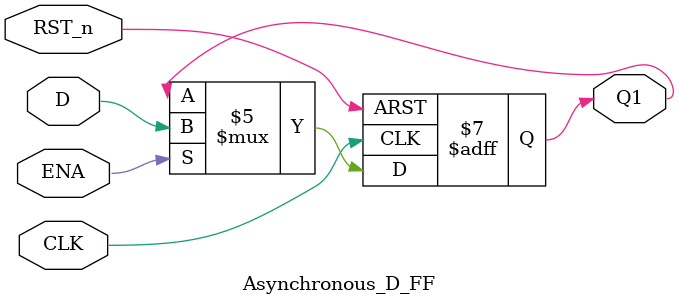
<source format=v>
`timescale 1ns / 1ps
module Asynchronous_D_FF(
    input CLK,
    input D,
    input RST_n,//high
	input ENA,
    output reg Q1
    );
    always @ (negedge CLK or posedge RST_n)
    begin
    if(RST_n==1)
        Q1<=0;
    else if(ENA!=0)
        Q1<=D;
	else
		Q1<=Q1;
    end//end always
endmodule
    
</source>
